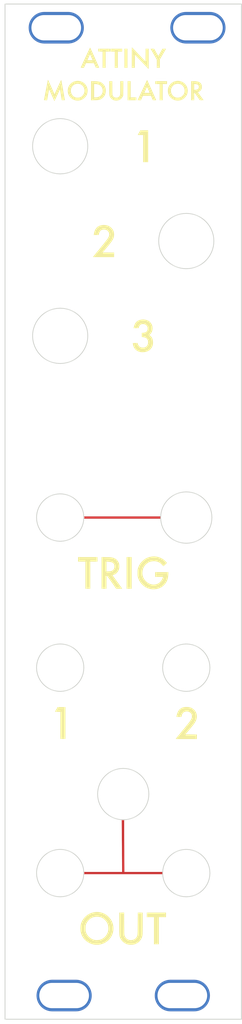
<source format=kicad_pcb>
(kicad_pcb (version 20221018) (generator pcbnew)
  (title_block (comment 2 "creativecommons.org/licenses/by/4.0") (comment 3 "License: CC BY 4.0") (comment 4 "Author: Guy John"))
  (layers (0 "F.Cu" signal) (31 "B.Cu" signal) (36 "B.SilkS" user "B.Silkscreen") (37 "F.SilkS" user "F.Silkscreen") (38 "B.Mask" user) (39 "F.Mask" user) (44 "Edge.Cuts" user))
  (net 0 "")
  (footprint "ATTiny_Modulator_Panel:attiny-modulator-panel" (layer "F.Cu") (at 153.5 105)
    (fp_text reference "Ref**" hide)
    (fp_text value "Val**" hide)
    (fp_line (start -18.5 -65) (end -18.5 63.49994) (stroke (width 0.1)) (layer "Edge.Cuts"))
    (fp_line (start -18.5 -65) (end 11.50005 -65) (stroke (width 0.1)) (layer "Edge.Cuts"))
    (fp_line (start -18.5 63.49994) (end -18.5 -65) (stroke (width 0.1)) (layer "Edge.Cuts"))
    (fp_line (start -18.5 63.49994) (end 11.50005 63.49994) (stroke (width 0.1)) (layer "Edge.Cuts"))
    (fp_line (start -15.00001 -46.99986) (end -14.99225 -46.76666) (stroke (width 0.1)) (layer "Edge.Cuts"))
    (fp_line (start -15.00001 -22.99986) (end -14.99225 -22.76666) (stroke (width 0.1)) (layer "Edge.Cuts"))
    (fp_line (start -14.99225 -47.23316) (end -15.00001 -46.99986) (stroke (width 0.1)) (layer "Edge.Cuts"))
    (fp_line (start -14.99225 -46.76666) (end -14.96923 -46.53626) (stroke (width 0.1)) (layer "Edge.Cuts"))
    (fp_line (start -14.99225 -23.23316) (end -15.00001 -22.99986) (stroke (width 0.1)) (layer "Edge.Cuts"))
    (fp_line (start -14.99225 -22.76666) (end -14.96923 -22.53626) (stroke (width 0.1)) (layer "Edge.Cuts"))
    (fp_line (start -14.96923 -47.46346) (end -14.99225 -47.23316) (stroke (width 0.1)) (layer "Edge.Cuts"))
    (fp_line (start -14.96923 -46.53626) (end -14.9313 -46.30946) (stroke (width 0.1)) (layer "Edge.Cuts"))
    (fp_line (start -14.96923 -23.46346) (end -14.99225 -23.23316) (stroke (width 0.1)) (layer "Edge.Cuts"))
    (fp_line (start -14.96923 -22.53626) (end -14.9313 -22.30946) (stroke (width 0.1)) (layer "Edge.Cuts"))
    (fp_line (start -14.9313 -47.69036) (end -14.96923 -47.46346) (stroke (width 0.1)) (layer "Edge.Cuts"))
    (fp_line (start -14.9313 -46.30946) (end -14.87885 -46.08666) (stroke (width 0.1)) (layer "Edge.Cuts"))
    (fp_line (start -14.9313 -23.69036) (end -14.96923 -23.46346) (stroke (width 0.1)) (layer "Edge.Cuts"))
    (fp_line (start -14.9313 -22.30946) (end -14.87885 -22.08666) (stroke (width 0.1)) (layer "Edge.Cuts"))
    (fp_line (start -14.87885 -47.91306) (end -14.9313 -47.69036) (stroke (width 0.1)) (layer "Edge.Cuts"))
    (fp_line (start -14.87885 -46.08666) (end -14.73185 -45.65616) (stroke (width 0.1)) (layer "Edge.Cuts"))
    (fp_line (start -14.87885 -23.91306) (end -14.9313 -23.69036) (stroke (width 0.1)) (layer "Edge.Cuts"))
    (fp_line (start -14.87885 -22.08666) (end -14.73185 -21.65616) (stroke (width 0.1)) (layer "Edge.Cuts"))
    (fp_line (start -14.73185 -48.34356) (end -14.87885 -47.91306) (stroke (width 0.1)) (layer "Edge.Cuts"))
    (fp_line (start -14.73185 -45.65616) (end -14.53105 -45.24986) (stroke (width 0.1)) (layer "Edge.Cuts"))
    (fp_line (start -14.73185 -24.34356) (end -14.87885 -23.91306) (stroke (width 0.1)) (layer "Edge.Cuts"))
    (fp_line (start -14.73185 -21.65616) (end -14.53105 -21.24986) (stroke (width 0.1)) (layer "Edge.Cuts"))
    (fp_line (start -14.53105 -48.74986) (end -14.73185 -48.34356) (stroke (width 0.1)) (layer "Edge.Cuts"))
    (fp_line (start -14.53105 -45.24986) (end -14.27965 -44.87286) (stroke (width 0.1)) (layer "Edge.Cuts"))
    (fp_line (start -14.53105 -24.74986) (end -14.73185 -24.34356) (stroke (width 0.1)) (layer "Edge.Cuts"))
    (fp_line (start -14.53105 -21.24986) (end -14.27965 -20.87286) (stroke (width 0.1)) (layer "Edge.Cuts"))
    (fp_line (start -14.50005 0.00014) (end -14.47365 0.39744) (stroke (width 0.1)) (layer "Edge.Cuts"))
    (fp_line (start -14.50005 19.00014) (end -14.47365 19.39744) (stroke (width 0.1)) (layer "Edge.Cuts"))
    (fp_line (start -14.50005 44.99994) (end -14.47365 45.39794) (stroke (width 0.1)) (layer "Edge.Cuts"))
    (fp_line (start -14.48455 -0.30666) (end -14.50005 0.00014) (stroke (width 0.1)) (layer "Edge.Cuts"))
    (fp_line (start -14.48455 18.69334) (end -14.50005 19.00014) (stroke (width 0.1)) (layer "Edge.Cuts"))
    (fp_line (start -14.48455 44.69294) (end -14.50005 44.99994) (stroke (width 0.1)) (layer "Edge.Cuts"))
    (fp_line (start -14.47365 0.39744) (end -14.39615 0.78284) (stroke (width 0.1)) (layer "Edge.Cuts"))
    (fp_line (start -14.47365 19.39744) (end -14.39615 19.78284) (stroke (width 0.1)) (layer "Edge.Cuts"))
    (fp_line (start -14.47365 45.39794) (end -14.39615 45.78294) (stroke (width 0.1)) (layer "Edge.Cuts"))
    (fp_line (start -14.43905 -0.60446) (end -14.48455 -0.30666) (stroke (width 0.1)) (layer "Edge.Cuts"))
    (fp_line (start -14.43905 18.39554) (end -14.48455 18.69334) (stroke (width 0.1)) (layer "Edge.Cuts"))
    (fp_line (start -14.43905 44.39594) (end -14.48455 44.69294) (stroke (width 0.1)) (layer "Edge.Cuts"))
    (fp_line (start -14.39615 0.78284) (end -14.27015 1.15184) (stroke (width 0.1)) (layer "Edge.Cuts"))
    (fp_line (start -14.39615 19.78284) (end -14.27015 20.15184) (stroke (width 0.1)) (layer "Edge.Cuts"))
    (fp_line (start -14.39615 45.78294) (end -14.27015 46.15194) (stroke (width 0.1)) (layer "Edge.Cuts"))
    (fp_line (start -14.36515 -0.89196) (end -14.43905 -0.60446) (stroke (width 0.1)) (layer "Edge.Cuts"))
    (fp_line (start -14.36515 18.10804) (end -14.43905 18.39554) (stroke (width 0.1)) (layer "Edge.Cuts"))
    (fp_line (start -14.36515 44.10794) (end -14.43905 44.39594) (stroke (width 0.1)) (layer "Edge.Cuts"))
    (fp_line (start -14.27965 -49.12686) (end -14.53105 -48.74986) (stroke (width 0.1)) (layer "Edge.Cuts"))
    (fp_line (start -14.27965 -44.87286) (end -13.98025 -44.53036) (stroke (width 0.1)) (layer "Edge.Cuts"))
    (fp_line (start -14.27965 -25.12686) (end -14.53105 -24.74986) (stroke (width 0.1)) (layer "Edge.Cuts"))
    (fp_line (start -14.27965 -20.87286) (end -13.98025 -20.53036) (stroke (width 0.1)) (layer "Edge.Cuts"))
    (fp_line (start -14.27015 1.15184) (end -14.09805 1.50014) (stroke (width 0.1)) (layer "Edge.Cuts"))
    (fp_line (start -14.27015 20.15184) (end -14.09805 20.50014) (stroke (width 0.1)) (layer "Edge.Cuts"))
    (fp_line (start -14.27015 46.15194) (end -14.09805 46.49994) (stroke (width 0.1)) (layer "Edge.Cuts"))
    (fp_line (start -14.26425 -1.16766) (end -14.36515 -0.89196) (stroke (width 0.1)) (layer "Edge.Cuts"))
    (fp_line (start -14.26425 17.83234) (end -14.36515 18.10804) (stroke (width 0.1)) (layer "Edge.Cuts"))
    (fp_line (start -14.26425 43.83194) (end -14.36515 44.10794) (stroke (width 0.1)) (layer "Edge.Cuts"))
    (fp_line (start -14.13795 -1.42986) (end -14.26425 -1.16766) (stroke (width 0.1)) (layer "Edge.Cuts"))
    (fp_line (start -14.13795 17.57014) (end -14.26425 17.83234) (stroke (width 0.1)) (layer "Edge.Cuts"))
    (fp_line (start -14.13795 43.56994) (end -14.26425 43.83194) (stroke (width 0.1)) (layer "Edge.Cuts"))
    (fp_line (start -14.09805 1.50014) (end -13.88255 1.82324) (stroke (width 0.1)) (layer "Edge.Cuts"))
    (fp_line (start -14.09805 20.50014) (end -13.88255 20.82324) (stroke (width 0.1)) (layer "Edge.Cuts"))
    (fp_line (start -14.09805 46.49994) (end -13.88255 46.82294) (stroke (width 0.1)) (layer "Edge.Cuts"))
    (fp_line (start -13.98765 -1.67726) (end -14.13795 -1.42986) (stroke (width 0.1)) (layer "Edge.Cuts"))
    (fp_line (start -13.98765 17.32274) (end -14.13795 17.57014) (stroke (width 0.1)) (layer "Edge.Cuts"))
    (fp_line (start -13.98765 43.32294) (end -14.13795 43.56994) (stroke (width 0.1)) (layer "Edge.Cuts"))
    (fp_line (start -13.98025 -49.46946) (end -14.27965 -49.12686) (stroke (width 0.1)) (layer "Edge.Cuts"))
    (fp_line (start -13.98025 -44.53036) (end -13.81365 -44.37356) (stroke (width 0.1)) (layer "Edge.Cuts"))
    (fp_line (start -13.98025 -25.46946) (end -14.27965 -25.12686) (stroke (width 0.1)) (layer "Edge.Cuts"))
    (fp_line (start -13.98025 -20.53036) (end -13.81365 -20.37356) (stroke (width 0.1)) (layer "Edge.Cuts"))
    (fp_line (start -13.88255 1.82324) (end -13.62595 2.11684) (stroke (width 0.1)) (layer "Edge.Cuts"))
    (fp_line (start -13.88255 20.82324) (end -13.62595 21.11684) (stroke (width 0.1)) (layer "Edge.Cuts"))
    (fp_line (start -13.88255 46.82294) (end -13.62595 47.11694) (stroke (width 0.1)) (layer "Edge.Cuts"))
    (fp_line (start -13.81495 -1.90816) (end -13.98765 -1.67726) (stroke (width 0.1)) (layer "Edge.Cuts"))
    (fp_line (start -13.81495 17.09184) (end -13.98765 17.32274) (stroke (width 0.1)) (layer "Edge.Cuts"))
    (fp_line (start -13.81495 43.09194) (end -13.98765 43.32294) (stroke (width 0.1)) (layer "Edge.Cuts"))
    (fp_line (start -13.81365 -49.62626) (end -13.98025 -49.46946) (stroke (width 0.1)) (layer "Edge.Cuts"))
    (fp_line (start -13.81365 -44.37356) (end -13.63615 -44.22726) (stroke (width 0.1)) (layer "Edge.Cuts"))
    (fp_line (start -13.81365 -25.62626) (end -13.98025 -25.46946) (stroke (width 0.1)) (layer "Edge.Cuts"))
    (fp_line (start -13.81365 -20.37356) (end -13.63615 -20.22726) (stroke (width 0.1)) (layer "Edge.Cuts"))
    (fp_line (start -13.63615 -49.77256) (end -13.81365 -49.62626) (stroke (width 0.1)) (layer "Edge.Cuts"))
    (fp_line (start -13.63615 -44.22726) (end -13.44815 -44.09216) (stroke (width 0.1)) (layer "Edge.Cuts"))
    (fp_line (start -13.63615 -25.77256) (end -13.81365 -25.62626) (stroke (width 0.1)) (layer "Edge.Cuts"))
    (fp_line (start -13.63615 -20.22726) (end -13.44815 -20.09216) (stroke (width 0.1)) (layer "Edge.Cuts"))
    (fp_line (start -13.62595 2.11684) (end -13.33095 2.37664) (stroke (width 0.1)) (layer "Edge.Cuts"))
    (fp_line (start -13.62595 21.11684) (end -13.33095 21.37664) (stroke (width 0.1)) (layer "Edge.Cuts"))
    (fp_line (start -13.62595 47.11694) (end -13.33095 47.37694) (stroke (width 0.1)) (layer "Edge.Cuts"))
    (fp_line (start -13.62135 -2.12126) (end -13.81495 -1.90816) (stroke (width 0.1)) (layer "Edge.Cuts"))
    (fp_line (start -13.62135 16.87874) (end -13.81495 17.09184) (stroke (width 0.1)) (layer "Edge.Cuts"))
    (fp_line (start -13.62135 42.87894) (end -13.81495 43.09194) (stroke (width 0.1)) (layer "Edge.Cuts"))
    (fp_line (start -13.44815 -49.90766) (end -13.63615 -49.77256) (stroke (width 0.1)) (layer "Edge.Cuts"))
    (fp_line (start -13.44815 -44.09216) (end -13.25005 -43.96876) (stroke (width 0.1)) (layer "Edge.Cuts"))
    (fp_line (start -13.44815 -25.90766) (end -13.63615 -25.77256) (stroke (width 0.1)) (layer "Edge.Cuts"))
    (fp_line (start -13.44815 -20.09216) (end -13.25005 -19.96876) (stroke (width 0.1)) (layer "Edge.Cuts"))
    (fp_line (start -13.40825 -2.31486) (end -13.62135 -2.12126) (stroke (width 0.1)) (layer "Edge.Cuts"))
    (fp_line (start -13.40825 16.68514) (end -13.62135 16.87874) (stroke (width 0.1)) (layer "Edge.Cuts"))
    (fp_line (start -13.40825 42.68494) (end -13.62135 42.87894) (stroke (width 0.1)) (layer "Edge.Cuts"))
    (fp_line (start -13.33095 2.37664) (end -13.00005 2.59814) (stroke (width 0.1)) (layer "Edge.Cuts"))
    (fp_line (start -13.33095 21.37664) (end -13.00005 21.59814) (stroke (width 0.1)) (layer "Edge.Cuts"))
    (fp_line (start -13.33095 47.37694) (end -13.00005 47.59794) (stroke (width 0.1)) (layer "Edge.Cuts"))
    (fp_line (start -13.25005 -50.03096) (end -13.44815 -49.90766) (stroke (width 0.1)) (layer "Edge.Cuts"))
    (fp_line (start -13.25005 -43.96876) (end -13.04415 -43.85886) (stroke (width 0.1)) (layer "Edge.Cuts"))
    (fp_line (start -13.25005 -26.03096) (end -13.44815 -25.90766) (stroke (width 0.1)) (layer "Edge.Cuts"))
    (fp_line (start -13.25005 -19.96876) (end -13.04415 -19.85886) (stroke (width 0.1)) (layer "Edge.Cuts"))
    (fp_line (start -13.17735 -2.48756) (end -13.40825 -2.31486) (stroke (width 0.1)) (layer "Edge.Cuts"))
    (fp_line (start -13.17735 16.51244) (end -13.40825 16.68514) (stroke (width 0.1)) (layer "Edge.Cuts"))
    (fp_line (start -13.17735 42.51294) (end -13.40825 42.68494) (stroke (width 0.1)) (layer "Edge.Cuts"))
    (fp_line (start -13.04415 -50.14086) (end -13.25005 -50.03096) (stroke (width 0.1)) (layer "Edge.Cuts"))
    (fp_line (start -13.04415 -43.85886) (end -12.83315 -43.76366) (stroke (width 0.1)) (layer "Edge.Cuts"))
    (fp_line (start -13.04415 -26.14086) (end -13.25005 -26.03096) (stroke (width 0.1)) (layer "Edge.Cuts"))
    (fp_line (start -13.04415 -19.85886) (end -12.83315 -19.76366) (stroke (width 0.1)) (layer "Edge.Cuts"))
    (fp_line (start -13.00005 2.59814) (end -12.64265 2.77404) (stroke (width 0.1)) (layer "Edge.Cuts"))
    (fp_line (start -13.00005 21.59814) (end -12.64265 21.77404) (stroke (width 0.1)) (layer "Edge.Cuts"))
    (fp_line (start -13.00005 47.59794) (end -12.64265 47.77394) (stroke (width 0.1)) (layer "Edge.Cuts"))
    (fp_line (start -12.92995 -2.63786) (end -13.17735 -2.48756) (stroke (width 0.1)) (layer "Edge.Cuts"))
    (fp_line (start -12.92995 16.36224) (end -13.17735 16.51244) (stroke (width 0.1)) (layer "Edge.Cuts"))
    (fp_line (start -12.92995 42.36194) (end -13.17735 42.51294) (stroke (width 0.1)) (layer "Edge.Cuts"))
    (fp_line (start -12.83315 -50.23616) (end -13.04415 -50.14086) (stroke (width 0.1)) (layer "Edge.Cuts"))
    (fp_line (start -12.83315 -43.76366) (end -12.61765 -43.68306) (stroke (width 0.1)) (layer "Edge.Cuts"))
    (fp_line (start -12.83315 -26.23616) (end -13.04415 -26.14086) (stroke (width 0.1)) (layer "Edge.Cuts"))
    (fp_line (start -12.83315 -19.76366) (end -12.61765 -19.68306) (stroke (width 0.1)) (layer "Edge.Cuts"))
    (fp_line (start -12.66775 -2.76416) (end -12.92995 -2.63786) (stroke (width 0.1)) (layer "Edge.Cuts"))
    (fp_line (start -12.66775 16.23584) (end -12.92995 16.36224) (stroke (width 0.1)) (layer "Edge.Cuts"))
    (fp_line (start -12.66775 42.23594) (end -12.92995 42.36194) (stroke (width 0.1)) (layer "Edge.Cuts"))
    (fp_line (start -12.64265 2.77404) (end -12.27015 2.89964) (stroke (width 0.1)) (layer "Edge.Cuts"))
    (fp_line (start -12.64265 21.77404) (end -12.27015 21.89964) (stroke (width 0.1)) (layer "Edge.Cuts"))
    (fp_line (start -12.64265 47.77394) (end -12.27015 47.89994) (stroke (width 0.1)) (layer "Edge.Cuts"))
    (fp_line (start -12.61765 -50.31676) (end -12.83315 -50.23616) (stroke (width 0.1)) (layer "Edge.Cuts"))
    (fp_line (start -12.61765 -43.68306) (end -12.39855 -43.61716) (stroke (width 0.1)) (layer "Edge.Cuts"))
    (fp_line (start -12.61765 -26.31676) (end -12.83315 -26.23616) (stroke (width 0.1)) (layer "Edge.Cuts"))
    (fp_line (start -12.61765 -19.68306) (end -12.39855 -19.61716) (stroke (width 0.1)) (layer "Edge.Cuts"))
    (fp_line (start -12.39855 -50.38266) (end -12.61765 -50.31676) (stroke (width 0.1)) (layer "Edge.Cuts"))
    (fp_line (start -12.39855 -43.61716) (end -11.95225 -43.52916) (stroke (width 0.1)) (layer "Edge.Cuts"))
    (fp_line (start -12.39855 -26.38266) (end -12.61765 -26.31676) (stroke (width 0.1)) (layer "Edge.Cuts"))
    (fp_line (start -12.39855 -19.61716) (end -11.95225 -19.52916) (stroke (width 0.1)) (layer "Edge.Cuts"))
    (fp_line (start -12.39215 -2.86506) (end -12.66775 -2.76416) (stroke (width 0.1)) (layer "Edge.Cuts"))
    (fp_line (start -12.39215 16.13494) (end -12.66775 16.23584) (stroke (width 0.1)) (layer "Edge.Cuts"))
    (fp_line (start -12.39215 42.13494) (end -12.66775 42.23594) (stroke (width 0.1)) (layer "Edge.Cuts"))
    (fp_line (start -12.27015 2.89964) (end -11.88765 2.97494) (stroke (width 0.1)) (layer "Edge.Cuts"))
    (fp_line (start -12.27015 21.89964) (end -11.88765 21.97494) (stroke (width 0.1)) (layer "Edge.Cuts"))
    (fp_line (start -12.27015 47.89994) (end -11.88765 47.97494) (stroke (width 0.1)) (layer "Edge.Cuts"))
    (fp_line (start -12.10465 -2.93896) (end -12.39215 -2.86506) (stroke (width 0.1)) (layer "Edge.Cuts"))
    (fp_line (start -12.10465 16.06104) (end -12.39215 16.13494) (stroke (width 0.1)) (layer "Edge.Cuts"))
    (fp_line (start -12.10465 42.06094) (end -12.39215 42.13494) (stroke (width 0.1)) (layer "Edge.Cuts"))
    (fp_line (start -11.95225 -50.47056) (end -12.39855 -50.38266) (stroke (width 0.1)) (layer "Edge.Cuts"))
    (fp_line (start -11.95225 -43.52916) (end -11.50005 -43.49986) (stroke (width 0.1)) (layer "Edge.Cuts"))
    (fp_line (start -11.95225 -26.47056) (end -12.39855 -26.38266) (stroke (width 0.1)) (layer "Edge.Cuts"))
    (fp_line (start -11.95225 -19.52916) (end -11.50005 -19.49986) (stroke (width 0.1)) (layer "Edge.Cuts"))
    (fp_line (start -11.88765 2.97494) (end -11.50005 3.00014) (stroke (width 0.1)) (layer "Edge.Cuts"))
    (fp_line (start -11.88765 21.97494) (end -11.50005 22.00014) (stroke (width 0.1)) (layer "Edge.Cuts"))
    (fp_line (start -11.88765 47.97494) (end -11.50005 47.99994) (stroke (width 0.1)) (layer "Edge.Cuts"))
    (fp_line (start -11.80675 -2.98436) (end -12.10465 -2.93896) (stroke (width 0.1)) (layer "Edge.Cuts"))
    (fp_line (start -11.80675 16.01564) (end -12.10465 16.06104) (stroke (width 0.1)) (layer "Edge.Cuts"))
    (fp_line (start -11.80675 42.01594) (end -12.10465 42.06094) (stroke (width 0.1)) (layer "Edge.Cuts"))
    (fp_line (start -11.50005 -50.49986) (end -11.95225 -50.47056) (stroke (width 0.1)) (layer "Edge.Cuts"))
    (fp_line (start -11.50005 -43.49986) (end -11.04775 -43.52916) (stroke (width 0.1)) (layer "Edge.Cuts"))
    (fp_line (start -11.50005 -26.49986) (end -11.95225 -26.47056) (stroke (width 0.1)) (layer "Edge.Cuts"))
    (fp_line (start -11.50005 -19.49986) (end -11.04775 -19.52916) (stroke (width 0.1)) (layer "Edge.Cuts"))
    (fp_line (start -11.50005 -2.99986) (end -11.80675 -2.98436) (stroke (width 0.1)) (layer "Edge.Cuts"))
    (fp_line (start -11.50005 3.00014) (end -11.11235 2.97494) (stroke (width 0.1)) (layer "Edge.Cuts"))
    (fp_line (start -11.50005 16.00014) (end -11.80675 16.01564) (stroke (width 0.1)) (layer "Edge.Cuts"))
    (fp_line (start -11.50005 22.00014) (end -11.11235 21.97494) (stroke (width 0.1)) (layer "Edge.Cuts"))
    (fp_line (start -11.50005 41.99994) (end -11.80675 42.01594) (stroke (width 0.1)) (layer "Edge.Cuts"))
    (fp_line (start -11.50005 47.99994) (end -11.11235 47.97494) (stroke (width 0.1)) (layer "Edge.Cuts"))
    (fp_line (start -11.19325 -2.98436) (end -11.50005 -2.99986) (stroke (width 0.1)) (layer "Edge.Cuts"))
    (fp_line (start -11.19325 16.01564) (end -11.50005 16.00014) (stroke (width 0.1)) (layer "Edge.Cuts"))
    (fp_line (start -11.19325 42.01594) (end -11.50005 41.99994) (stroke (width 0.1)) (layer "Edge.Cuts"))
    (fp_line (start -11.11235 2.97494) (end -10.72985 2.89964) (stroke (width 0.1)) (layer "Edge.Cuts"))
    (fp_line (start -11.11235 21.97494) (end -10.72985 21.89964) (stroke (width 0.1)) (layer "Edge.Cuts"))
    (fp_line (start -11.11235 47.97494) (end -10.72985 47.89994) (stroke (width 0.1)) (layer "Edge.Cuts"))
    (fp_line (start -11.04775 -50.47056) (end -11.50005 -50.49986) (stroke (width 0.1)) (layer "Edge.Cuts"))
    (fp_line (start -11.04775 -43.52916) (end -10.60145 -43.61716) (stroke (width 0.1)) (layer "Edge.Cuts"))
    (fp_line (start -11.04775 -26.47056) (end -11.50005 -26.49986) (stroke (width 0.1)) (layer "Edge.Cuts"))
    (fp_line (start -11.04775 -19.52916) (end -10.60145 -19.61716) (stroke (width 0.1)) (layer "Edge.Cuts"))
    (fp_line (start -10.89545 -2.93896) (end -11.19325 -2.98436) (stroke (width 0.1)) (layer "Edge.Cuts"))
    (fp_line (start -10.89545 16.06104) (end -11.19325 16.01564) (stroke (width 0.1)) (layer "Edge.Cuts"))
    (fp_line (start -10.89545 42.06094) (end -11.19325 42.01594) (stroke (width 0.1)) (layer "Edge.Cuts"))
    (fp_line (start -10.72985 2.89964) (end -10.35735 2.77404) (stroke (width 0.1)) (layer "Edge.Cuts"))
    (fp_line (start -10.72985 21.89964) (end -10.35735 21.77404) (stroke (width 0.1)) (layer "Edge.Cuts"))
    (fp_line (start -10.72985 47.89994) (end -10.35735 47.77394) (stroke (width 0.1)) (layer "Edge.Cuts"))
    (fp_line (start -10.60785 -2.86506) (end -10.89545 -2.93896) (stroke (width 0.1)) (layer "Edge.Cuts"))
    (fp_line (start -10.60785 16.13494) (end -10.89545 16.06104) (stroke (width 0.1)) (layer "Edge.Cuts"))
    (fp_line (start -10.60785 42.13494) (end -10.89545 42.06094) (stroke (width 0.1)) (layer "Edge.Cuts"))
    (fp_line (start -10.60145 -50.38266) (end -11.04775 -50.47056) (stroke (width 0.1)) (layer "Edge.Cuts"))
    (fp_line (start -10.60145 -43.61716) (end -10.38235 -43.68306) (stroke (width 0.1)) (layer "Edge.Cuts"))
    (fp_line (start -10.60145 -26.38266) (end -11.04775 -26.47056) (stroke (width 0.1)) (layer "Edge.Cuts"))
    (fp_line (start -10.60145 -19.61716) (end -10.38235 -19.68306) (stroke (width 0.1)) (layer "Edge.Cuts"))
    (fp_line (start -10.38235 -50.31676) (end -10.60145 -50.38266) (stroke (width 0.1)) (layer "Edge.Cuts"))
    (fp_line (start -10.38235 -43.68306) (end -10.16685 -43.76366) (stroke (width 0.1)) (layer "Edge.Cuts"))
    (fp_line (start -10.38235 -26.31676) (end -10.60145 -26.38266) (stroke (width 0.1)) (layer "Edge.Cuts"))
    (fp_line (start -10.38235 -19.68306) (end -10.16685 -19.76366) (stroke (width 0.1)) (layer "Edge.Cuts"))
    (fp_line (start -10.35735 2.77404) (end -10.00005 2.59814) (stroke (width 0.1)) (layer "Edge.Cuts"))
    (fp_line (start -10.35735 21.77404) (end -10.00005 21.59814) (stroke (width 0.1)) (layer "Edge.Cuts"))
    (fp_line (start -10.35735 47.77394) (end -10.00005 47.59794) (stroke (width 0.1)) (layer "Edge.Cuts"))
    (fp_line (start -10.33225 -2.76416) (end -10.60785 -2.86506) (stroke (width 0.1)) (layer "Edge.Cuts"))
    (fp_line (start -10.33225 16.23584) (end -10.60785 16.13494) (stroke (width 0.1)) (layer "Edge.Cuts"))
    (fp_line (start -10.33225 42.23594) (end -10.60785 42.13494) (stroke (width 0.1)) (layer "Edge.Cuts"))
    (fp_line (start -10.16685 -50.23616) (end -10.38235 -50.31676) (stroke (width 0.1)) (layer "Edge.Cuts"))
    (fp_line (start -10.16685 -43.76366) (end -9.95585 -43.85886) (stroke (width 0.1)) (layer "Edge.Cuts"))
    (fp_line (start -10.16685 -26.23616) (end -10.38235 -26.31676) (stroke (width 0.1)) (layer "Edge.Cuts"))
    (fp_line (start -10.16685 -19.76366) (end -9.95585 -19.85886) (stroke (width 0.1)) (layer "Edge.Cuts"))
    (fp_line (start -10.07005 -2.63786) (end -10.33225 -2.76416) (stroke (width 0.1)) (layer "Edge.Cuts"))
    (fp_line (start -10.07005 16.36224) (end -10.33225 16.23584) (stroke (width 0.1)) (layer "Edge.Cuts"))
    (fp_line (start -10.07005 42.36194) (end -10.33225 42.23594) (stroke (width 0.1)) (layer "Edge.Cuts"))
    (fp_line (start -10.00005 2.59814) (end -9.66905 2.37664) (stroke (width 0.1)) (layer "Edge.Cuts"))
    (fp_line (start -10.00005 21.59814) (end -9.66905 21.37664) (stroke (width 0.1)) (layer "Edge.Cuts"))
    (fp_line (start -10.00005 47.59794) (end -9.66905 47.37694) (stroke (width 0.1)) (layer "Edge.Cuts"))
    (fp_line (start -9.95585 -50.14086) (end -10.16685 -50.23616) (stroke (width 0.1)) (layer "Edge.Cuts"))
    (fp_line (start -9.95585 -43.85886) (end -9.75005 -43.96876) (stroke (width 0.1)) (layer "Edge.Cuts"))
    (fp_line (start -9.95585 -26.14086) (end -10.16685 -26.23616) (stroke (width 0.1)) (layer "Edge.Cuts"))
    (fp_line (start -9.95585 -19.85886) (end -9.75005 -19.96876) (stroke (width 0.1)) (layer "Edge.Cuts"))
    (fp_line (start -9.82265 -2.48756) (end -10.07005 -2.63786) (stroke (width 0.1)) (layer "Edge.Cuts"))
    (fp_line (start -9.82265 16.51244) (end -10.07005 16.36224) (stroke (width 0.1)) (layer "Edge.Cuts"))
    (fp_line (start -9.82265 42.51294) (end -10.07005 42.36194) (stroke (width 0.1)) (layer "Edge.Cuts"))
    (fp_line (start -9.75005 -50.03096) (end -9.95585 -50.14086) (stroke (width 0.1)) (layer "Edge.Cuts"))
    (fp_line (start -9.75005 -43.96876) (end -9.55185 -44.09216) (stroke (width 0.1)) (layer "Edge.Cuts"))
    (fp_line (start -9.75005 -26.03096) (end -9.95585 -26.14086) (stroke (width 0.1)) (layer "Edge.Cuts"))
    (fp_line (start -9.75005 -19.96876) (end -9.55185 -20.09216) (stroke (width 0.1)) (layer "Edge.Cuts"))
    (fp_line (start -9.66905 2.37664) (end -9.37405 2.11684) (stroke (width 0.1)) (layer "Edge.Cuts"))
    (fp_line (start -9.66905 21.37664) (end -9.37405 21.11684) (stroke (width 0.1)) (layer "Edge.Cuts"))
    (fp_line (start -9.66905 47.37694) (end -9.37405 47.11694) (stroke (width 0.1)) (layer "Edge.Cuts"))
    (fp_line (start -9.59175 -2.31486) (end -9.82265 -2.48756) (stroke (width 0.1)) (layer "Edge.Cuts"))
    (fp_line (start -9.59175 16.68514) (end -9.82265 16.51244) (stroke (width 0.1)) (layer "Edge.Cuts"))
    (fp_line (start -9.59175 42.68494) (end -9.82265 42.51294) (stroke (width 0.1)) (layer "Edge.Cuts"))
    (fp_line (start -9.55185 -49.90766) (end -9.75005 -50.03096) (stroke (width 0.1)) (layer "Edge.Cuts"))
    (fp_line (start -9.55185 -44.09216) (end -9.36385 -44.22726) (stroke (width 0.1)) (layer "Edge.Cuts"))
    (fp_line (start -9.55185 -25.90766) (end -9.75005 -26.03096) (stroke (width 0.1)) (layer "Edge.Cuts"))
    (fp_line (start -9.55185 -20.09216) (end -9.36385 -20.22726) (stroke (width 0.1)) (layer "Edge.Cuts"))
    (fp_line (start -9.37865 -2.12126) (end -9.59175 -2.31486) (stroke (width 0.1)) (layer "Edge.Cuts"))
    (fp_line (start -9.37865 16.87874) (end -9.59175 16.68514) (stroke (width 0.1)) (layer "Edge.Cuts"))
    (fp_line (start -9.37865 42.87894) (end -9.59175 42.68494) (stroke (width 0.1)) (layer "Edge.Cuts"))
    (fp_line (start -9.37405 2.11684) (end -9.11745 1.82324) (stroke (width 0.1)) (layer "Edge.Cuts"))
    (fp_line (start -9.37405 21.11684) (end -9.11745 20.82324) (stroke (width 0.1)) (layer "Edge.Cuts"))
    (fp_line (start -9.37405 47.11694) (end -9.11745 46.82294) (stroke (width 0.1)) (layer "Edge.Cuts"))
    (fp_line (start -9.36385 -49.77256) (end -9.55185 -49.90766) (stroke (width 0.1)) (layer "Edge.Cuts"))
    (fp_line (start -9.36385 -44.22726) (end -9.18635 -44.37356) (stroke (width 0.1)) (layer "Edge.Cuts"))
    (fp_line (start -9.36385 -25.77256) (end -9.55185 -25.90766) (stroke (width 0.1)) (layer "Edge.Cuts"))
    (fp_line (start -9.36385 -20.22726) (end -9.18635 -20.37356) (stroke (width 0.1)) (layer "Edge.Cuts"))
    (fp_line (start -9.18635 -49.62626) (end -9.36385 -49.77256) (stroke (width 0.1)) (layer "Edge.Cuts"))
    (fp_line (start -9.18635 -44.37356) (end -9.01975 -44.53036) (stroke (width 0.1)) (layer "Edge.Cuts"))
    (fp_line (start -9.18635 -25.62626) (end -9.36385 -25.77256) (stroke (width 0.1)) (layer "Edge.Cuts"))
    (fp_line (start -9.18635 -20.37356) (end -9.01975 -20.53036) (stroke (width 0.1)) (layer "Edge.Cuts"))
    (fp_line (start -9.18505 -1.90816) (end -9.37865 -2.12126) (stroke (width 0.1)) (layer "Edge.Cuts"))
    (fp_line (start -9.18505 17.09184) (end -9.37865 16.87874) (stroke (width 0.1)) (layer "Edge.Cuts"))
    (fp_line (start -9.18505 43.09194) (end -9.37865 42.87894) (stroke (width 0.1)) (layer "Edge.Cuts"))
    (fp_line (start -9.11745 1.82324) (end -8.90195 1.50014) (stroke (width 0.1)) (layer "Edge.Cuts"))
    (fp_line (start -9.11745 20.82324) (end -8.90195 20.50014) (stroke (width 0.1)) (layer "Edge.Cuts"))
    (fp_line (start -9.11745 46.82294) (end -8.90195 46.49994) (stroke (width 0.1)) (layer "Edge.Cuts"))
    (fp_line (start -9.01975 -49.46946) (end -9.18635 -49.62626) (stroke (width 0.1)) (layer "Edge.Cuts"))
    (fp_line (start -9.01975 -44.53036) (end -8.72045 -44.87286) (stroke (width 0.1)) (layer "Edge.Cuts"))
    (fp_line (start -9.01975 -25.46946) (end -9.18635 -25.62626) (stroke (width 0.1)) (layer "Edge.Cuts"))
    (fp_line (start -9.01975 -20.53036) (end -8.72045 -20.87286) (stroke (width 0.1)) (layer "Edge.Cuts"))
    (fp_line (start -9.01235 -1.67726) (end -9.18505 -1.90816) (stroke (width 0.1)) (layer "Edge.Cuts"))
    (fp_line (start -9.01235 17.32274) (end -9.18505 17.09184) (stroke (width 0.1)) (layer "Edge.Cuts"))
    (fp_line (start -9.01235 43.32294) (end -9.18505 43.09194) (stroke (width 0.1)) (layer "Edge.Cuts"))
    (fp_line (start -8.90195 1.50014) (end -8.72985 1.15184) (stroke (width 0.1)) (layer "Edge.Cuts"))
    (fp_line (start -8.90195 20.50014) (end -8.72985 20.15184) (stroke (width 0.1)) (layer "Edge.Cuts"))
    (fp_line (start -8.90195 46.49994) (end -8.72985 46.15194) (stroke (width 0.1)) (layer "Edge.Cuts"))
    (fp_line (start -8.86205 -1.42986) (end -9.01235 -1.67726) (stroke (width 0.1)) (layer "Edge.Cuts"))
    (fp_line (start -8.86205 17.57014) (end -9.01235 17.32274) (stroke (width 0.1)) (layer "Edge.Cuts"))
    (fp_line (start -8.86205 43.56994) (end -9.01235 43.32294) (stroke (width 0.1)) (layer "Edge.Cuts"))
    (fp_line (start -8.73575 -1.16766) (end -8.86205 -1.42986) (stroke (width 0.1)) (layer "Edge.Cuts"))
    (fp_line (start -8.73575 17.83234) (end -8.86205 17.57014) (stroke (width 0.1)) (layer "Edge.Cuts"))
    (fp_line (start -8.73575 43.83194) (end -8.86205 43.56994) (stroke (width 0.1)) (layer "Edge.Cuts"))
    (fp_line (start -8.72985 1.15184) (end -8.60385 0.78284) (stroke (width 0.1)) (layer "Edge.Cuts"))
    (fp_line (start -8.72985 20.15184) (end -8.60385 19.78284) (stroke (width 0.1)) (layer "Edge.Cuts"))
    (fp_line (start -8.72985 46.15194) (end -8.60385 45.78294) (stroke (width 0.1)) (layer "Edge.Cuts"))
    (fp_line (start -8.72045 -49.12686) (end -9.01975 -49.46946) (stroke (width 0.1)) (layer "Edge.Cuts"))
    (fp_line (start -8.72045 -44.87286) (end -8.46895 -45.24986) (stroke (width 0.1)) (layer "Edge.Cuts"))
    (fp_line (start -8.72045 -25.12686) (end -9.01975 -25.46946) (stroke (width 0.1)) (layer "Edge.Cuts"))
    (fp_line (start -8.72045 -20.87286) (end -8.46895 -21.24986) (stroke (width 0.1)) (layer "Edge.Cuts"))
    (fp_line (start -8.63485 -0.89196) (end -8.73575 -1.16766) (stroke (width 0.1)) (layer "Edge.Cuts"))
    (fp_line (start -8.63485 18.10804) (end -8.73575 17.83234) (stroke (width 0.1)) (layer "Edge.Cuts"))
    (fp_line (start -8.63485 44.10794) (end -8.73575 43.83194) (stroke (width 0.1)) (layer "Edge.Cuts"))
    (fp_line (start -8.60385 0.78284) (end -8.52635 0.39744) (stroke (width 0.1)) (layer "Edge.Cuts"))
    (fp_line (start -8.60385 19.78284) (end -8.52635 19.39744) (stroke (width 0.1)) (layer "Edge.Cuts"))
    (fp_line (start -8.60385 45.78294) (end -8.52635 45.39794) (stroke (width 0.1)) (layer "Edge.Cuts"))
    (fp_line (start -8.56095 -0.60446) (end -8.63485 -0.89196) (stroke (width 0.1)) (layer "Edge.Cuts"))
    (fp_line (start -8.56095 18.39554) (end -8.63485 18.10804) (stroke (width 0.1)) (layer "Edge.Cuts"))
    (fp_line (start -8.56095 44.39594) (end -8.63485 44.10794) (stroke (width 0.1)) (layer "Edge.Cuts"))
    (fp_line (start -8.52635 0.39744) (end -8.50005 0.00014) (stroke (width 0.1)) (layer "Edge.Cuts"))
    (fp_line (start -8.52635 19.39744) (end -8.50005 19.00014) (stroke (width 0.1)) (layer "Edge.Cuts"))
    (fp_line (start -8.52635 45.39794) (end -8.50005 44.99994) (stroke (width 0.1)) (layer "Edge.Cuts"))
    (fp_line (start -8.51545 -0.30666) (end -8.56095 -0.60446) (stroke (width 0.1)) (layer "Edge.Cuts"))
    (fp_line (start -8.51545 18.69334) (end -8.56095 18.39554) (stroke (width 0.1)) (layer "Edge.Cuts"))
    (fp_line (start -8.51545 44.69294) (end -8.56095 44.39594) (stroke (width 0.1)) (layer "Edge.Cuts"))
    (fp_line (start -8.50005 0.00014) (end -8.51545 -0.30666) (stroke (width 0.1)) (layer "Edge.Cuts"))
    (fp_line (start -8.50005 0.00014) (end -8.50005 0.00014) (stroke (width 0.1)) (layer "Edge.Cuts"))
    (fp_line (start -8.50005 0.00014) (end -8.50005 0.00014) (stroke (width 0.1)) (layer "Edge.Cuts"))
    (fp_line (start -8.50005 19.00014) (end -8.51545 18.69334) (stroke (width 0.1)) (layer "Edge.Cuts"))
    (fp_line (start -8.50005 19.00014) (end -8.50005 19.00014) (stroke (width 0.1)) (layer "Edge.Cuts"))
    (fp_line (start -8.50005 19.00014) (end -8.50005 19.00014) (stroke (width 0.1)) (layer "Edge.Cuts"))
    (fp_line (start -8.50005 44.99994) (end -8.51545 44.69294) (stroke (width 0.1)) (layer "Edge.Cuts"))
    (fp_line (start -8.50005 44.99994) (end -8.50005 44.99994) (stroke (width 0.1)) (layer "Edge.Cuts"))
    (fp_line (start -8.50005 44.99994) (end -8.50005 44.99994) (stroke (width 0.1)) (layer "Edge.Cuts"))
    (fp_line (start -8.46895 -48.74986) (end -8.72045 -49.12686) (stroke (width 0.1)) (layer "Edge.Cuts"))
    (fp_line (start -8.46895 -45.24986) (end -8.26815 -45.65616) (stroke (width 0.1)) (layer "Edge.Cuts"))
    (fp_line (start -8.46895 -24.74986) (end -8.72045 -25.12686) (stroke (width 0.1)) (layer "Edge.Cuts"))
    (fp_line (start -8.46895 -21.24986) (end -8.26815 -21.65616) (stroke (width 0.1)) (layer "Edge.Cuts"))
    (fp_line (start -8.26815 -48.34356) (end -8.46895 -48.74986) (stroke (width 0.1)) (layer "Edge.Cuts"))
    (fp_line (start -8.26815 -45.65616) (end -8.12115 -46.08666) (stroke (width 0.1)) (layer "Edge.Cuts"))
    (fp_line (start -8.26815 -24.34356) (end -8.46895 -24.74986) (stroke (width 0.1)) (layer "Edge.Cuts"))
    (fp_line (start -8.26815 -21.65616) (end -8.12115 -22.08666) (stroke (width 0.1)) (layer "Edge.Cuts"))
    (fp_line (start -8.12115 -47.91306) (end -8.26815 -48.34356) (stroke (width 0.1)) (layer "Edge.Cuts"))
    (fp_line (start -8.12115 -46.08666) (end -8.06875 -46.30946) (stroke (width 0.1)) (layer "Edge.Cuts"))
    (fp_line (start -8.12115 -23.91306) (end -8.26815 -24.34356) (stroke (width 0.1)) (layer "Edge.Cuts"))
    (fp_line (start -8.12115 -22.08666) (end -8.06875 -22.30946) (stroke (width 0.1)) (layer "Edge.Cuts"))
    (fp_line (start -8.06875 -47.69036) (end -8.12115 -47.91306) (stroke (width 0.1)) (layer "Edge.Cuts"))
    (fp_line (start -8.06875 -46.30946) (end -8.03075 -46.53626) (stroke (width 0.1)) (layer "Edge.Cuts"))
    (fp_line (start -8.06875 -23.69036) (end -8.12115 -23.91306) (stroke (width 0.1)) (layer "Edge.Cuts"))
    (fp_line (start -8.06875 -22.30946) (end -8.03075 -22.53626) (stroke (width 0.1)) (layer "Edge.Cuts"))
    (fp_line (start -8.03075 -47.46346) (end -8.06875 -47.69036) (stroke (width 0.1)) (layer "Edge.Cuts"))
    (fp_line (start -8.03075 -46.53626) (end -8.00775 -46.76666) (stroke (width 0.1)) (layer "Edge.Cuts"))
    (fp_line (start -8.03075 -23.46346) (end -8.06875 -23.69036) (stroke (width 0.1)) (layer "Edge.Cuts"))
    (fp_line (start -8.03075 -22.53626) (end -8.00775 -22.76666) (stroke (width 0.1)) (layer "Edge.Cuts"))
    (fp_line (start -8.00775 -47.23316) (end -8.03075 -47.46346) (stroke (width 0.1)) (layer "Edge.Cuts"))
    (fp_line (start -8.00775 -46.76666) (end -8.00005 -46.99986) (stroke (width 0.1)) (layer "Edge.Cuts"))
    (fp_line (start -8.00775 -23.23316) (end -8.03075 -23.46346) (stroke (width 0.1)) (layer "Edge.Cuts"))
    (fp_line (start -8.00775 -22.76666) (end -8.00005 -22.99986) (stroke (width 0.1)) (layer "Edge.Cuts"))
    (fp_line (start -8.00005 -46.99986) (end -8.00775 -47.23316) (stroke (width 0.1)) (layer "Edge.Cuts"))
    (fp_line (start -8.00005 -46.99986) (end -8.00005 -46.99986) (stroke (width 0.1)) (layer "Edge.Cuts"))
    (fp_line (start -8.00005 -46.99986) (end -8.00005 -46.99986) (stroke (width 0.1)) (layer "Edge.Cuts"))
    (fp_line (start -8.00005 -22.99986) (end -8.00775 -23.23316) (stroke (width 0.1)) (layer "Edge.Cuts"))
    (fp_line (start -8.00005 -22.99986) (end -8.00005 -22.99986) (stroke (width 0.1)) (layer "Edge.Cuts"))
    (fp_line (start -8.00005 -22.99986) (end -8.00005 -22.99986) (stroke (width 0.1)) (layer "Edge.Cuts"))
    (fp_line (start -6.75005 34.99994) (end -6.73315 35.33194) (stroke (width 0.1)) (layer "Edge.Cuts"))
    (fp_line (start -6.73315 34.66794) (end -6.75005 34.99994) (stroke (width 0.1)) (layer "Edge.Cuts"))
    (fp_line (start -6.73315 35.33194) (end -6.68385 35.65494) (stroke (width 0.1)) (layer "Edge.Cuts"))
    (fp_line (start -6.68385 34.34494) (end -6.73315 34.66794) (stroke (width 0.1)) (layer "Edge.Cuts"))
    (fp_line (start -6.68385 35.65494) (end -6.60365 35.96594) (stroke (width 0.1)) (layer "Edge.Cuts"))
    (fp_line (start -6.60365 34.03394) (end -6.68385 34.34494) (stroke (width 0.1)) (layer "Edge.Cuts"))
    (fp_line (start -6.60365 35.96594) (end -6.49435 36.26494) (stroke (width 0.1)) (layer "Edge.Cuts"))
    (fp_line (start -6.49435 33.73494) (end -6.60365 34.03394) (stroke (width 0.1)) (layer "Edge.Cuts"))
    (fp_line (start -6.49435 36.26494) (end -6.35745 36.54894) (stroke (width 0.1)) (layer "Edge.Cuts"))
    (fp_line (start -6.35745 33.45094) (end -6.49435 33.73494) (stroke (width 0.1)) (layer "Edge.Cuts"))
    (fp_line (start -6.35745 36.54894) (end -6.19465 36.81694) (stroke (width 0.1)) (layer "Edge.Cuts"))
    (fp_line (start -6.19465 33.18294) (end -6.35745 33.45094) (stroke (width 0.1)) (layer "Edge.Cuts"))
    (fp_line (start -6.19465 36.81694) (end -6.00755 37.06694) (stroke (width 0.1)) (layer "Edge.Cuts"))
    (fp_line (start -6.00755 32.93294) (end -6.19465 33.18294) (stroke (width 0.1)) (layer "Edge.Cuts"))
    (fp_line (start -6.00755 37.06694) (end -5.79785 37.29794) (stroke (width 0.1)) (layer "Edge.Cuts"))
    (fp_line (start -5.79785 32.70294) (end -6.00755 32.93294) (stroke (width 0.1)) (layer "Edge.Cuts"))
    (fp_line (start -5.79785 37.29794) (end -5.56705 37.50694) (stroke (width 0.1)) (layer "Edge.Cuts"))
    (fp_line (start -5.56705 32.49284) (end -5.79785 32.70294) (stroke (width 0.1)) (layer "Edge.Cuts"))
    (fp_line (start -5.56705 37.50694) (end -5.31685 37.69394) (stroke (width 0.1)) (layer "Edge.Cuts"))
    (fp_line (start -5.31685 32.30574) (end -5.56705 32.49284) (stroke (width 0.1)) (layer "Edge.Cuts"))
    (fp_line (start -5.31685 37.69394) (end -5.04895 37.85694) (stroke (width 0.1)) (layer "Edge.Cuts"))
    (fp_line (start -5.04895 32.14304) (end -5.31685 32.30574) (stroke (width 0.1)) (layer "Edge.Cuts"))
    (fp_line (start -5.04895 37.85694) (end -4.76485 37.99394) (stroke (width 0.1)) (layer "Edge.Cuts"))
    (fp_line (start -4.76485 32.00624) (end -5.04895 32.14304) (stroke (width 0.1)) (layer "Edge.Cuts"))
    (fp_line (start -4.76485 37.99394) (end -4.46635 38.10294) (stroke (width 0.1)) (layer "Edge.Cuts"))
    (fp_line (start -4.46635 31.89694) (end -4.76485 32.00624) (stroke (width 0.1)) (layer "Edge.Cuts"))
    (fp_line (start -4.46635 38.10294) (end -4.15485 38.18294) (stroke (width 0.1)) (layer "Edge.Cuts"))
    (fp_line (start -4.15485 31.81694) (end -4.46635 31.89694) (stroke (width 0.1)) (layer "Edge.Cuts"))
    (fp_line (start -4.15485 38.18294) (end -3.83225 38.23294) (stroke (width 0.1)) (layer "Edge.Cuts"))
    (fp_line (start -3.83225 31.76764) (end -4.15485 31.81694) (stroke (width 0.1)) (layer "Edge.Cuts"))
    (fp_line (start -3.83225 38.23294) (end -3.50005 38.24894) (stroke (width 0.1)) (layer "Edge.Cuts"))
    (fp_line (start -3.50005 31.75094) (end -3.83225 31.76764) (stroke (width 0.1)) (layer "Edge.Cuts"))
    (fp_line (start -3.50005 38.24894) (end -3.16775 38.23294) (stroke (width 0.1)) (layer "Edge.Cuts"))
    (fp_line (start -3.16775 31.76764) (end -3.50005 31.75094) (stroke (width 0.1)) (layer "Edge.Cuts"))
    (fp_line (start -3.16775 38.23294) (end -2.84515 38.18294) (stroke (width 0.1)) (layer "Edge.Cuts"))
    (fp_line (start -2.84515 31.81694) (end -3.16775 31.76764) (stroke (width 0.1)) (layer "Edge.Cuts"))
    (fp_line (start -2.84515 38.18294) (end -2.53375 38.10294) (stroke (width 0.1)) (layer "Edge.Cuts"))
    (fp_line (start -2.53375 31.89694) (end -2.84515 31.81694) (stroke (width 0.1)) (layer "Edge.Cuts"))
    (fp_line (start -2.53375 38.10294) (end -2.23515 37.99394) (stroke (width 0.1)) (layer "Edge.Cuts"))
    (fp_line (start -2.23515 32.00624) (end -2.53375 31.89694) (stroke (width 0.1)) (layer "Edge.Cuts"))
    (fp_line (start -2.23515 37.99394) (end -1.95105 37.85694) (stroke (width 0.1)) (layer "Edge.Cuts"))
    (fp_line (start -1.95105 32.14304) (end -2.23515 32.00624) (stroke (width 0.1)) (layer "Edge.Cuts"))
    (fp_line (start -1.95105 37.85694) (end -1.68315 37.69394) (stroke (width 0.1)) (layer "Edge.Cuts"))
    (fp_line (start -1.68315 32.30574) (end -1.95105 32.14304) (stroke (width 0.1)) (layer "Edge.Cuts"))
    (fp_line (start -1.68315 37.69394) (end -1.43295 37.50694) (stroke (width 0.1)) (layer "Edge.Cuts"))
    (fp_line (start -1.43295 32.49284) (end -1.68315 32.30574) (stroke (width 0.1)) (layer "Edge.Cuts"))
    (fp_line (start -1.43295 37.50694) (end -1.20215 37.29794) (stroke (width 0.1)) (layer "Edge.Cuts"))
    (fp_line (start -1.20215 32.70294) (end -1.43295 32.49284) (stroke (width 0.1)) (layer "Edge.Cuts"))
    (fp_line (start -1.20215 37.29794) (end -0.99245 37.06694) (stroke (width 0.1)) (layer "Edge.Cuts"))
    (fp_line (start -0.99245 32.93294) (end -1.20215 32.70294) (stroke (width 0.1)) (layer "Edge.Cuts"))
    (fp_line (start -0.99245 37.06694) (end -0.80535 36.81694) (stroke (width 0.1)) (layer "Edge.Cuts"))
    (fp_line (start -0.80535 33.18294) (end -0.99245 32.93294) (stroke (width 0.1)) (layer "Edge.Cuts"))
    (fp_line (start -0.80535 36.81694) (end -0.64255 36.54894) (stroke (width 0.1)) (layer "Edge.Cuts"))
    (fp_line (start -0.64255 33.45094) (end -0.80535 33.18294) (stroke (width 0.1)) (layer "Edge.Cuts"))
    (fp_line (start -0.64255 36.54894) (end -0.50565 36.26494) (stroke (width 0.1)) (layer "Edge.Cuts"))
    (fp_line (start -0.50565 33.73494) (end -0.64255 33.45094) (stroke (width 0.1)) (layer "Edge.Cuts"))
    (fp_line (start -0.50565 36.26494) (end -0.39635 35.96594) (stroke (width 0.1)) (layer "Edge.Cuts"))
    (fp_line (start -0.39635 34.03394) (end -0.50565 33.73494) (stroke (width 0.1)) (layer "Edge.Cuts"))
    (fp_line (start -0.39635 35.96594) (end -0.31615 35.65494) (stroke (width 0.1)) (layer "Edge.Cuts"))
    (fp_line (start -0.31615 34.34494) (end -0.39635 34.03394) (stroke (width 0.1)) (layer "Edge.Cuts"))
    (fp_line (start -0.31615 35.65494) (end -0.26685 35.33194) (stroke (width 0.1)) (layer "Edge.Cuts"))
    (fp_line (start -0.26685 34.66794) (end -0.31615 34.34494) (stroke (width 0.1)) (layer "Edge.Cuts"))
    (fp_line (start -0.26685 35.33194) (end -0.25005 34.99994) (stroke (width 0.1)) (layer "Edge.Cuts"))
    (fp_line (start -0.25005 34.99994) (end -0.26685 34.66794) (stroke (width 0.1)) (layer "Edge.Cuts"))
    (fp_line (start -0.25005 34.99994) (end -0.25005 34.99994) (stroke (width 0.1)) (layer "Edge.Cuts"))
    (fp_line (start -0.25005 34.99994) (end -0.25005 34.99994) (stroke (width 0.1)) (layer "Edge.Cuts"))
    (fp_line (start 0.99995 -34.99986) (end 1.01815 -34.64206) (stroke (width 0.1)) (layer "Edge.Cuts"))
    (fp_line (start 1.01815 -35.35766) (end 0.99995 -34.99986) (stroke (width 0.1)) (layer "Edge.Cuts"))
    (fp_line (start 1.01815 -34.64206) (end 1.07125 -34.29466) (stroke (width 0.1)) (layer "Edge.Cuts"))
    (fp_line (start 1.07125 -35.70516) (end 1.01815 -35.35766) (stroke (width 0.1)) (layer "Edge.Cuts"))
    (fp_line (start 1.07125 -34.29466) (end 1.15755 -33.95926) (stroke (width 0.1)) (layer "Edge.Cuts"))
    (fp_line (start 1.15755 -36.04046) (end 1.07125 -35.70516) (stroke (width 0.1)) (layer "Edge.Cuts"))
    (fp_line (start 1.15755 -33.95926) (end 1.27525 -33.63776) (stroke (width 0.1)) (layer "Edge.Cuts"))
    (fp_line (start 1.24995 0.00014) (end 1.26685 0.33234) (stroke (width 0.1)) (layer "Edge.Cuts"))
    (fp_line (start 1.26685 -0.33216) (end 1.24995 0.00014) (stroke (width 0.1)) (layer "Edge.Cuts"))
    (fp_line (start 1.26685 0.33234) (end 1.31615 0.65494) (stroke (width 0.1)) (layer "Edge.Cuts"))
    (fp_line (start 1.27525 -36.36196) (end 1.15755 -36.04046) (stroke (width 0.1)) (layer "Edge.Cuts"))
    (fp_line (start 1.27525 -33.63776) (end 1.42265 -33.33196) (stroke (width 0.1)) (layer "Edge.Cuts"))
    (fp_line (start 1.31615 -0.65476) (end 1.26685 -0.33216) (stroke (width 0.1)) (layer "Edge.Cuts"))
    (fp_line (start 1.31615 0.65494) (end 1.39635 0.96634) (stroke (width 0.1)) (layer "Edge.Cuts"))
    (fp_line (start 1.39635 -0.96616) (end 1.31615 -0.65476) (stroke (width 0.1)) (layer "Edge.Cuts"))
    (fp_line (start 1.39635 0.96634) (end 1.50565 1.26494) (stroke (width 0.1)) (layer "Edge.Cuts"))
    (fp_line (start 1.42265 -36.66786) (end 1.27525 -36.36196) (stroke (width 0.1)) (layer "Edge.Cuts"))
    (fp_line (start 1.42265 -33.33196) (end 1.59805 -33.04346) (stroke (width 0.1)) (layer "Edge.Cuts"))
    (fp_line (start 1.49995 19.00014) (end 1.52635 19.39744) (stroke (width 0.1)) (layer "Edge.Cuts"))
    (fp_line (start 1.49995 44.99994) (end 1.52635 45.39794) (stroke (width 0.1)) (layer "Edge.Cuts"))
    (fp_line (start 1.50565 -1.26466) (end 1.39635 -0.96616) (stroke (width 0.1)) (layer "Edge.Cuts"))
    (fp_line (start 1.50565 1.26494) (end 1.64255 1.54894) (stroke (width 0.1)) (layer "Edge.Cuts"))
    (fp_line (start 1.52635 18.60274) (end 1.49995 19.00014) (stroke (width 0.1)) (layer "Edge.Cuts"))
    (fp_line (start 1.52635 19.39744) (end 1.60385 19.78284) (stroke (width 0.1)) (layer "Edge.Cuts"))
    (fp_line (start 1.52635 44.60294) (end 1.49995 44.99994) (stroke (width 0.1)) (layer "Edge.Cuts"))
    (fp_line (start 1.52635 45.39794) (end 1.60385 45.78294) (stroke (width 0.1)) (layer "Edge.Cuts"))
    (fp_line (start 1.59805 -36.95636) (end 1.42265 -36.66786) (stroke (width 0.1)) (layer "Edge.Cuts"))
    (fp_line (start 1.59805 -33.04346) (end 1.79955 -32.77406) (stroke (width 0.1)) (layer "Edge.Cuts"))
    (fp_line (start 1.60385 18.21734) (end 1.52635 18.60274) (stroke (width 0.1)) (layer "Edge.Cuts"))
    (fp_line (start 1.60385 19.78284) (end 1.72985 20.15184) (stroke (width 0.1)) (layer "Edge.Cuts"))
    (fp_line (start 1.60385 44.21694) (end 1.52635 44.60294) (stroke (width 0.1)) (layer "Edge.Cuts"))
    (fp_line (start 1.60385 45.78294) (end 1.72985 46.15194) (stroke (width 0.1)) (layer "Edge.Cuts"))
    (fp_line (start 1.64255 -1.54876) (end 1.50565 -1.26466) (stroke (width 0.1)) (layer "Edge.Cuts"))
    (fp_line (start 1.64255 1.54894) (end 1.80535 1.81684) (stroke (width 0.1)) (layer "Edge.Cuts"))
    (fp_line (start 1.72985 17.84834) (end 1.60385 18.21734) (stroke (width 0.1)) (layer "Edge.Cuts"))
    (fp_line (start 1.72985 20.15184) (end 1.90195 20.50014) (stroke (width 0.1)) (layer "Edge.Cuts"))
    (fp_line (start 1.72985 43.84794) (end 1.60385 44.21694) (stroke (width 0.1)) (layer "Edge.Cuts"))
    (fp_line (start 1.72985 46.15194) (end 1.90195 46.49994) (stroke (width 0.1)) (layer "Edge.Cuts"))
    (fp_line (start 1.79955 -37.22576) (end 1.59805 -36.95636) (stroke (width 0.1)) (layer "Edge.Cuts"))
    (fp_line (start 1.79955 -32.77406) (end 2.02545 -32.52556) (stroke (width 0.1)) (layer "Edge.Cuts"))
    (fp_line (start 1.80535 -1.81656) (end 1.64255 -1.54876) (stroke (width 0.1)) (layer "Edge.Cuts"))
    (fp_line (start 1.80535 1.81684) (end 1.99245 2.06694) (stroke (width 0.1)) (layer "Edge.Cuts"))
    (fp_line (start 1.90195 17.50014) (end 1.72985 17.84834) (stroke (width 0.1)) (layer "Edge.Cuts"))
    (fp_line (start 1.90195 20.50014) (end 2.11745 20.82324) (stroke (width 0.1)) (layer "Edge.Cuts"))
    (fp_line (start 1.90195 43.49994) (end 1.72985 43.84794) (stroke (width 0.1)) (layer "Edge.Cuts"))
    (fp_line (start 1.90195 46.49994) (end 2.11745 46.82294) (stroke (width 0.1)) (layer "Edge.Cuts"))
    (fp_line (start 1.99245 -2.06676) (end 1.80535 -1.81656) (stroke (width 0.1)) (layer "Edge.Cuts"))
    (fp_line (start 1.99245 2.06694) (end 2.20215 2.29764) (stroke (width 0.1)) (layer "Edge.Cuts"))
    (fp_line (start 2.02545 -37.47426) (end 1.79955 -37.22576) (stroke (width 0.1)) (layer "Edge.Cuts"))
    (fp_line (start 2.02545 -32.52556) (end 2.27395 -32.29976) (stroke (width 0.1)) (layer "Edge.Cuts"))
    (fp_line (start 2.11745 17.17694) (end 1.90195 17.50014) (stroke (width 0.1)) (layer "Edge.Cuts"))
    (fp_line (start 2.11745 20.82324) (end 2.37405 21.11684) (stroke (width 0.1)) (layer "Edge.Cuts"))
    (fp_line (start 2.11745 43.17694) (end 1.90195 43.49994) (stroke (width 0.1)) (layer "Edge.Cuts"))
    (fp_line (start 2.11745 46.82294) (end 2.37405 47.11694) (stroke (width 0.1)) (layer "Edge.Cuts"))
    (fp_line (start 2.20215 -2.29746) (end 1.99245 -2.06676) (stroke (width 0.1)) (layer "Edge.Cuts"))
    (fp_line (start 2.20215 2.29764) (end 2.43295 2.50734) (stroke (width 0.1)) (layer "Edge.Cuts"))
    (fp_line (start 2.27395 -37.70006) (end 2.02545 -37.47426) (stroke (width 0.1)) (layer "Edge.Cuts"))
    (fp_line (start 2.27395 -32.29976) (end 2.54335 -32.09826) (stroke (width 0.1)) (layer "Edge.Cuts"))
    (fp_line (start 2.37405 16.88334) (end 2.11745 17.17694) (stroke (width 0.1)) (layer "Edge.Cuts"))
    (fp_line (start 2.37405 21.11684) (end 2.66905 21.37664) (stroke (width 0.1)) (layer "Edge.Cuts"))
    (fp_line (start 2.37405 42.88294) (end 2.11745 43.17694) (stroke (width 0.1)) (layer "Edge.Cuts"))
    (fp_line (start 2.37405 47.11694) (end 2.66905 47.37694) (stroke (width 0.1)) (layer "Edge.Cuts"))
    (fp_line (start 2.43295 -2.50716) (end 2.20215 -2.29746) (stroke (width 0.1)) (layer "Edge.Cuts"))
    (fp_line (start 2.43295 2.50734) (end 2.68315 2.69444) (stroke (width 0.1)) (layer "Edge.Cuts"))
    (fp_line (start 2.54335 -37.90146) (end 2.27395 -37.70006) (stroke (width 0.1)) (layer "Edge.Cuts"))
    (fp_line (start 2.54335 -32.09826) (end 2.83195 -31.92306) (stroke (width 0.1)) (layer "Edge.Cuts"))
    (fp_line (start 2.66905 16.62354) (end 2.37405 16.88334) (stroke (width 0.1)) (layer "Edge.Cuts"))
    (fp_line (start 2.66905 21.37664) (end 2.99995 21.59814) (stroke (width 0.1)) (layer "Edge.Cuts"))
    (fp_line (start 2.66905 42.62394) (end 2.37405 42.88294) (stroke (width 0.1)) (layer "Edge.Cuts"))
    (fp_line (start 2.66905 47.37694) (end 2.99995 47.59794) (stroke (width 0.1)) (layer "Edge.Cuts"))
    (fp_line (start 2.68315 -2.69426) (end 2.43295 -2.50716) (stroke (width 0.1)) (layer "Edge.Cuts"))
    (fp_line (start 2.68315 2.69444) (end 2.95105 2.85714) (stroke (width 0.1)) (layer "Edge.Cuts"))
    (fp_line (start 2.83195 -38.07676) (end 2.54335 -37.90146) (stroke (width 0.1)) (layer "Edge.Cuts"))
    (fp_line (start 2.83195 -31.92306) (end 3.13785 -31.77566) (stroke (width 0.1)) (layer "Edge.Cuts"))
    (fp_line (start 2.95105 -2.85696) (end 2.68315 -2.69426) (stroke (width 0.1)) (layer "Edge.Cuts"))
    (fp_line (start 2.95105 2.85714) (end 3.23515 2.99394) (stroke (width 0.1)) (layer "Edge.Cuts"))
    (fp_line (start 2.99995 16.40204) (end 2.66905 16.62354) (stroke (width 0.1)) (layer "Edge.Cuts"))
    (fp_line (start 2.99995 21.59814) (end 3.35735 21.77404) (stroke (width 0.1)) (layer "Edge.Cuts"))
    (fp_line (start 2.99995 42.40194) (end 2.66905 42.62394) (stroke (width 0.1)) (layer "Edge.Cuts"))
    (fp_line (start 2.99995 47.59794) (end 3.35735 47.77394) (stroke (width 0.1)) (layer "Edge.Cuts"))
    (fp_line (start 3.13785 -38.22406) (end 2.83195 -38.07676) (stroke (width 0.1)) (layer "Edge.Cuts"))
    (fp_line (start 3.13785 -31.77566) (end 3.45935 -31.65806) (stroke (width 0.1)) (layer "Edge.Cuts"))
    (fp_line (start 3.23515 -2.99376) (end 2.95105 -2.85696) (stroke (width 0.1)) (layer "Edge.Cuts"))
    (fp_line (start 3.23515 2.99394) (end 3.53365 3.10324) (stroke (width 0.1)) (layer "Edge.Cuts"))
    (fp_line (start 3.35735 16.22614) (end 2.99995 16.40204) (stroke (width 0.1)) (layer "Edge.Cuts"))
    (fp_line (start 3.35735 21.77404) (end 3.72985 21.89964) (stroke (width 0.1)) (layer "Edge.Cuts"))
    (fp_line (start 3.35735 42.22594) (end 2.99995 42.40194) (stroke (width 0.1)) (layer "Edge.Cuts"))
    (fp_line (start 3.35735 47.77394) (end 3.72985 47.89994) (stroke (width 0.1)) (layer "Edge.Cuts"))
    (fp_line (start 3.45935 -38.34176) (end 3.13785 -38.22406) (stroke (width 0.1)) (layer "Edge.Cuts"))
    (fp_line (start 3.45935 -31.65806) (end 3.79475 -31.57186) (stroke (width 0.1)) (layer "Edge.Cuts"))
    (fp_line (start 3.53365 -3.10306) (end 3.23515 -2.99376) (stroke (width 0.1)) (layer "Edge.Cuts"))
    (fp_line (start 3.53365 3.10324) (end 3.84515 3.18334) (stroke (width 0.1)) (layer "Edge.Cuts"))
    (fp_line (start 3.72985 16.10054) (end 3.35735 16.22614) (stroke (width 0.1)) (layer "Edge.Cuts"))
    (fp_line (start 3.72985 21.89964) (end 4.11235 21.97494) (stroke (width 0.1)) (layer "Edge.Cuts"))
    (fp_line (start 3.72985 42.10094) (end 3.35735 42.22594) (stroke (width 0.1)) (layer "Edge.Cuts"))
    (fp_line (start 3.72985 47.89994) (end 4.11235 47.97494) (stroke (width 0.1)) (layer "Edge.Cuts"))
    (fp_line (start 3.79475 -38.42796) (end 3.45935 -38.34176) (stroke (width 0.1)) (layer "Edge.Cuts"))
    (fp_line (start 3.79475 -31.57186) (end 4.14215 -31.51876) (stroke (width 0.1)) (layer "Edge.Cuts"))
    (fp_line (start 3.84515 -3.18306) (end 3.53365 -3.10306) (stroke (width 0.1)) (layer "Edge.Cuts"))
    (fp_line (start 3.84515 3.18334) (end 4.16775 3.23254) (stroke (width 0.1)) (layer "Edge.Cuts"))
    (fp_line (start 4.11235 16.02524) (end 3.72985 16.10054) (stroke (width 0.1)) (layer "Edge.Cuts"))
    (fp_line (start 4.11235 21.97494) (end 4.49995 22.00014) (stroke (width 0.1)) (layer "Edge.Cuts"))
    (fp_line (start 4.11235 42.02494) (end 3.72985 42.10094) (stroke (width 0.1)) (layer "Edge.Cuts"))
    (fp_line (start 4.11235 47.97494) (end 4.49995 47.99994) (stroke (width 0.1)) (layer "Edge.Cuts"))
    (fp_line (start 4.14215 -38.48096) (end 3.79475 -38.42796) (stroke (width 0.1)) (layer "Edge.Cuts"))
    (fp_line (start 4.14215 -31.51876) (end 4.49995 -31.50076) (stroke (width 0.1)) (layer "Edge.Cuts"))
    (fp_line (start 4.16775 -3.23236) (end 3.84515 -3.18306) (stroke (width 0.1)) (layer "Edge.Cuts"))
    (fp_line (start 4.16775 3.23254) (end 4.49995 3.24934) (stroke (width 0.1)) (layer "Edge.Cuts"))
    (fp_line (start 4.49995 -38.49906) (end 4.14215 -38.48096) (stroke (width 0.1)) (layer "Edge.Cuts"))
    (fp_line (start 4.49995 -31.50076) (end 4.85775 -31.51876) (stroke (width 0.1)) (layer "Edge.Cuts"))
    (fp_line (start 4.49995 -3.24906) (end 4.16775 -3.23236) (stroke (width 0.1)) (layer "Edge.Cuts"))
    (fp_line (start 4.49995 3.24934) (end 4.83225 3.23254) (stroke (width 0.1)) (layer "Edge.Cuts"))
    (fp_line (start 4.49995 16.00014) (end 4.11235 16.02524) (stroke (width 0.1)) (layer "Edge.Cuts"))
    (fp_line (start 4.49995 22.00014) (end 4.88765 21.97494) (stroke (width 0.1)) (layer "Edge.Cuts"))
    (fp_line (start 4.49995 41.99994) (end 4.11235 42.02494) (stroke (width 0.1)) (layer "Edge.Cuts"))
    (fp_line (start 4.49995 47.99994) (end 4.88765 47.97494) (stroke (width 0.1)) (layer "Edge.Cuts"))
    (fp_line (start 4.83225 -3.23236) (end 4.49995 -3.24906) (stroke (width 0.1)) (layer "Edge.Cuts"))
    (fp_line (start 4.83225 3.23254) (end 5.15485 3.18334) (stroke (width 0.1)) (layer "Edge.Cuts"))
    (fp_line (start 4.85775 -38.48096) (end 4.49995 -38.49906) (stroke (width 0.1)) (layer "Edge.Cuts"))
    (fp_line (start 4.85775 -31.51876) (end 5.20525 -31.57186) (stroke (width 0.1)) (layer "Edge.Cuts"))
    (fp_line (start 4.88765 16.02524) (end 4.49995 16.00014) (stroke (width 0.1)) (layer "Edge.Cuts"))
    (fp_line (start 4.88765 21.97494) (end 5.27015 21.89964) (stroke (width 0.1)) (layer "Edge.Cuts"))
    (fp_line (start 4.88765 42.02494) (end 4.49995 41.99994) (stroke (width 0.1)) (layer "Edge.Cuts"))
    (fp_line (start 4.88765 47.97494) (end 5.27015 47.89994) (stroke (width 0.1)) (layer "Edge.Cuts"))
    (fp_line (start 5.15485 -3.18306) (end 4.83225 -3.23236) (stroke (width 0.1)) (layer "Edge.Cuts"))
    (fp_line (start 5.15485 3.18334) (end 5.46625 3.10324) (stroke (width 0.1)) (layer "Edge.Cuts"))
    (fp_line (start 5.20525 -38.42796) (end 4.85775 -38.48096) (stroke (width 0.1)) (layer "Edge.Cuts"))
    (fp_line (start 5.20525 -31.57186) (end 5.54065 -31.65806) (stroke (width 0.1)) (layer "Edge.Cuts"))
    (fp_line (start 5.27015 16.10054) (end 4.88765 16.02524) (stroke (width 0.1)) (layer "Edge.Cuts"))
    (fp_line (start 5.27015 21.89964) (end 5.64265 21.77404) (stroke (width 0.1)) (layer "Edge.Cuts"))
    (fp_line (start 5.27015 42.10094) (end 4.88765 42.02494) (stroke (width 0.1)) (layer "Edge.Cuts"))
    (fp_line (start 5.27015 47.89994) (end 5.64265 47.77394) (stroke (width 0.1)) (layer "Edge.Cuts"))
    (fp_line (start 5.46625 -3.10306) (end 5.15485 -3.18306) (stroke (width 0.1)) (layer "Edge.Cuts"))
    (fp_line (start 5.46625 3.10324) (end 5.76485 2.99394) (stroke (width 0.1)) (layer "Edge.Cuts"))
    (fp_line (start 5.54065 -38.34176) (end 5.20525 -38.42796) (stroke (width 0.1)) (layer "Edge.Cuts"))
    (fp_line (start 5.54065 -31.65806) (end 5.86215 -31.77566) (stroke (width 0.1)) (layer "Edge.Cuts"))
    (fp_line (start 5.64265 16.22614) (end 5.27015 16.10054) (stroke (width 0.1)) (layer "Edge.Cuts"))
    (fp_line (start 5.64265 21.77404) (end 5.99995 21.59814) (stroke (width 0.1)) (layer "Edge.Cuts"))
    (fp_line (start 5.64265 42.22594) (end 5.27015 42.10094) (stroke (width 0.1)) (layer "Edge.Cuts"))
    (fp_line (start 5.64265 47.77394) (end 5.99995 47.59794) (stroke (width 0.1)) (layer "Edge.Cuts"))
    (fp_line (start 5.76485 -2.99376) (end 5.46625 -3.10306) (stroke (width 0.1)) (layer "Edge.Cuts"))
    (fp_line (start 5.76485 2.99394) (end 6.04895 2.85714) (stroke (width 0.1)) (layer "Edge.Cuts"))
    (fp_line (start 5.86215 -38.22406) (end 5.54065 -38.34176) (stroke (width 0.1)) (layer "Edge.Cuts"))
    (fp_line (start 5.86215 -31.77566) (end 6.16805 -31.92306) (stroke (width 0.1)) (layer "Edge.Cuts"))
    (fp_line (start 5.99995 16.40204) (end 5.64265 16.22614) (stroke (width 0.1)) (layer "Edge.Cuts"))
    (fp_line (start 5.99995 21.59814) (end 6.33095 21.37664) (stroke (width 0.1)) (layer "Edge.Cuts"))
    (fp_line (start 5.99995 42.40194) (end 5.64265 42.22594) (stroke (width 0.1)) (layer "Edge.Cuts"))
    (fp_line (start 5.99995 47.59794) (end 6.33095 47.37694) (stroke (width 0.1)) (layer "Edge.Cuts"))
    (fp_line (start 6.04895 -2.85696) (end 5.76485 -2.99376) (stroke (width 0.1)) (layer "Edge.Cuts"))
    (fp_line (start 6.04895 2.85714) (end 6.31685 2.69444) (stroke (width 0.1)) (layer "Edge.Cuts"))
    (fp_line (start 6.16805 -38.07676) (end 5.86215 -38.22406) (stroke (width 0.1)) (layer "Edge.Cuts"))
    (fp_line (start 6.16805 -31.92306) (end 6.45665 -32.09826) (stroke (width 0.1)) (layer "Edge.Cuts"))
    (fp_line (start 6.31685 -2.69426) (end 6.04895 -2.85696) (stroke (width 0.1)) (layer "Edge.Cuts"))
    (fp_line (start 6.31685 2.69444) (end 6.56705 2.50734) (stroke (width 0.1)) (layer "Edge.Cuts"))
    (fp_line (start 6.33095 16.62354) (end 5.99995 16.40204) (stroke (width 0.1)) (layer "Edge.Cuts"))
    (fp_line (start 6.33095 21.37664) (end 6.62595 21.11684) (stroke (width 0.1)) (layer "Edge.Cuts"))
    (fp_line (start 6.33095 42.62394) (end 5.99995 42.40194) (stroke (width 0.1)) (layer "Edge.Cuts"))
    (fp_line (start 6.33095 47.37694) (end 6.62595 47.11694) (stroke (width 0.1)) (layer "Edge.Cuts"))
    (fp_line (start 6.45665 -37.90146) (end 6.16805 -38.07676) (stroke (width 0.1)) (layer "Edge.Cuts"))
    (fp_line (start 6.45665 -32.09826) (end 6.72605 -32.29976) (stroke (width 0.1)) (layer "Edge.Cuts"))
    (fp_line (start 6.56705 -2.50716) (end 6.31685 -2.69426) (stroke (width 0.1)) (layer "Edge.Cuts"))
    (fp_line (start 6.56705 2.50734) (end 6.79785 2.29764) (stroke (width 0.1)) (layer "Edge.Cuts"))
    (fp_line (start 6.62595 16.88334) (end 6.33095 16.62354) (stroke (width 0.1)) (layer "Edge.Cuts"))
    (fp_line (start 6.62595 21.11684) (end 6.88255 20.82324) (stroke (width 0.1)) (layer "Edge.Cuts"))
    (fp_line (start 6.62595 42.88294) (end 6.33095 42.62394) (stroke (width 0.1)) (layer "Edge.Cuts"))
    (fp_line (start 6.62595 47.11694) (end 6.88255 46.82294) (stroke (width 0.1)) (layer "Edge.Cuts"))
    (fp_line (start 6.72605 -37.70006) (end 6.45665 -37.90146) (stroke (width 0.1)) (layer "Edge.Cuts"))
    (fp_line (start 6.72605 -32.29976) (end 6.97455 -32.52556) (stroke (width 0.1)) (layer "Edge.Cuts"))
    (fp_line (start 6.79785 -2.29746) (end 6.56705 -2.50716) (stroke (width 0.1)) (layer "Edge.Cuts"))
    (fp_line (start 6.79785 2.29764) (end 7.00755 2.06694) (stroke (width 0.1)) (layer "Edge.Cuts"))
    (fp_line (start 6.88255 17.17694) (end 6.62595 16.88334) (stroke (width 0.1)) (layer "Edge.Cuts"))
    (fp_line (start 6.88255 20.82324) (end 7.09805 20.50014) (stroke (width 0.1)) (layer "Edge.Cuts"))
    (fp_line (start 6.88255 43.17694) (end 6.62595 42.88294) (stroke (width 0.1)) (layer "Edge.Cuts"))
    (fp_line (start 6.88255 46.82294) (end 7.09805 46.49994) (stroke (width 0.1)) (layer "Edge.Cuts"))
    (fp_line (start 6.97455 -37.47426) (end 6.72605 -37.70006) (stroke (width 0.1)) (layer "Edge.Cuts"))
    (fp_line (start 6.97455 -32.52556) (end 7.20045 -32.77406) (stroke (width 0.1)) (layer "Edge.Cuts"))
    (fp_line (start 7.00755 -2.06676) (end 6.79785 -2.29746) (stroke (width 0.1)) (layer "Edge.Cuts"))
    (fp_line (start 7.00755 2.06694) (end 7.19465 1.81684) (stroke (width 0.1)) (layer "Edge.Cuts"))
    (fp_line (start 7.09805 17.50014) (end 6.88255 17.17694) (stroke (width 0.1)) (layer "Edge.Cuts"))
    (fp_line (start 7.09805 20.50014) (end 7.27015 20.15184) (stroke (width 0.1)) (layer "Edge.Cuts"))
    (fp_line (start 7.09805 43.49994) (end 6.88255 43.17694) (stroke (width 0.1)) (layer "Edge.Cuts"))
    (fp_line (start 7.09805 46.49994) (end 7.27015 46.15194) (stroke (width 0.1)) (layer "Edge.Cuts"))
    (fp_line (start 7.19465 -1.81656) (end 7.00755 -2.06676) (stroke (width 0.1)) (layer "Edge.Cuts"))
    (fp_line (start 7.19465 1.81684) (end 7.35745 1.54894) (stroke (width 0.1)) (layer "Edge.Cuts"))
    (fp_line (start 7.20045 -37.22576) (end 6.97455 -37.47426) (stroke (width 0.1)) (layer "Edge.Cuts"))
    (fp_line (start 7.20045 -32.77406) (end 7.40195 -33.04346) (stroke (width 0.1)) (layer "Edge.Cuts"))
    (fp_line (start 7.27015 17.84834) (end 7.09805 17.50014) (stroke (width 0.1)) (layer "Edge.Cuts"))
    (fp_line (start 7.27015 20.15184) (end 7.39615 19.78284) (stroke (width 0.1)) (layer "Edge.Cuts"))
    (fp_line (start 7.27015 43.84794) (end 7.09805 43.49994) (stroke (width 0.1)) (layer "Edge.Cuts"))
    (fp_line (start 7.27015 46.15194) (end 7.39615 45.78294) (stroke (width 0.1)) (layer "Edge.Cuts"))
    (fp_line (start 7.35745 -1.54876) (end 7.19465 -1.81656) (stroke (width 0.1)) (layer "Edge.Cuts"))
    (fp_line (start 7.35745 1.54894) (end 7.49435 1.26494) (stroke (width 0.1)) (layer "Edge.Cuts"))
    (fp_line (start 7.39615 18.21734) (end 7.27015 17.84834) (stroke (width 0.1)) (layer "Edge.Cuts"))
    (fp_line (start 7.39615 19.78284) (end 7.47365 19.39744) (stroke (width 0.1)) (layer "Edge.Cuts"))
    (fp_line (start 7.39615 44.21694) (end 7.27015 43.84794) (stroke (width 0.1)) (layer "Edge.Cuts"))
    (fp_line (start 7.39615 45.78294) (end 7.47365 45.39794) (stroke (width 0.1)) (layer "Edge.Cuts"))
    (fp_line (start 7.40195 -36.95636) (end 7.20045 -37.22576) (stroke (width 0.1)) (layer "Edge.Cuts"))
    (fp_line (start 7.40195 -33.04346) (end 7.57725 -33.33196) (stroke (width 0.1)) (layer "Edge.Cuts"))
    (fp_line (start 7.47365 18.60274) (end 7.39615 18.21734) (stroke (width 0.1)) (layer "Edge.Cuts"))
    (fp_line (start 7.47365 19.39744) (end 7.49995 19.00014) (stroke (width 0.1)) (layer "Edge.Cuts"))
    (fp_line (start 7.47365 44.60294) (end 7.39615 44.21694) (stroke (width 0.1)) (layer "Edge.Cuts"))
    (fp_line (start 7.47365 45.39794) (end 7.49995 44.99994) (stroke (width 0.1)) (layer "Edge.Cuts"))
    (fp_line (start 7.49435 -1.26466) (end 7.35745 -1.54876) (stroke (width 0.1)) (layer "Edge.Cuts"))
    (fp_line (start 7.49435 1.26494) (end 7.60365 0.96634) (stroke (width 0.1)) (layer "Edge.Cuts"))
    (fp_line (start 7.49995 19.00014) (end 7.47365 18.60274) (stroke (width 0.1)) (layer "Edge.Cuts"))
    (fp_line (start 7.49995 19.00014) (end 7.49995 19.00014) (stroke (width 0.1)) (layer "Edge.Cuts"))
    (fp_line (start 7.49995 19.00014) (end 7.49995 19.00014) (stroke (width 0.1)) (layer "Edge.Cuts"))
    (fp_line (start 7.49995 44.99994) (end 7.47365 44.60294) (stroke (width 0.1)) (layer "Edge.Cuts"))
    (fp_line (start 7.49995 44.99994) (end 7.49995 44.99994) (stroke (width 0.1)) (layer "Edge.Cuts"))
    (fp_line (start 7.49995 44.99994) (end 7.49995 44.99994) (stroke (width 0.1)) (layer "Edge.Cuts"))
    (fp_line (start 7.57725 -36.66786) (end 7.40195 -36.95636) (stroke (width 0.1)) (layer "Edge.Cuts"))
    (fp_line (start 7.57725 -33.33196) (end 7.72475 -33.63776) (stroke (width 0.1)) (layer "Edge.Cuts"))
    (fp_line (start 7.60365 -0.96616) (end 7.49435 -1.26466) (stroke (width 0.1)) (layer "Edge.Cuts"))
    (fp_line (start 7.60365 0.96634) (end 7.68385 0.65494) (stroke (width 0.1)) (layer "Edge.Cuts"))
    (fp_line (start 7.68385 -0.65476) (end 7.60365 -0.96616) (stroke (width 0.1)) (layer "Edge.Cuts"))
    (fp_line (start 7.68385 0.65494) (end 7.73315 0.33234) (stroke (width 0.1)) (layer "Edge.Cuts"))
    (fp_line (start 7.72475 -36.36196) (end 7.57725 -36.66786) (stroke (width 0.1)) (layer "Edge.Cuts"))
    (fp_line (start 7.72475 -33.63776) (end 7.84245 -33.95926) (stroke (width 0.1)) (layer "Edge.Cuts"))
    (fp_line (start 7.73315 -0.33216) (end 7.68385 -0.65476) (stroke (width 0.1)) (layer "Edge.Cuts"))
    (fp_line (start 7.73315 0.33234) (end 7.74995 0.00014) (stroke (width 0.1)) (layer "Edge.Cuts"))
    (fp_line (start 7.74995 0.00014) (end 7.73315 -0.33216) (stroke (width 0.1)) (layer "Edge.Cuts"))
    (fp_line (start 7.74995 0.00014) (end 7.74995 0.00014) (stroke (width 0.1)) (layer "Edge.Cuts"))
    (fp_line (start 7.74995 0.00014) (end 7.74995 0.00014) (stroke (width 0.1)) (layer "Edge.Cuts"))
    (fp_line (start 7.84245 -36.04046) (end 7.72475 -36.36196) (stroke (width 0.1)) (layer "Edge.Cuts"))
    (fp_line (start 7.84245 -33.95926) (end 7.92875 -34.29466) (stroke (width 0.1)) (layer "Edge.Cuts"))
    (fp_line (start 7.92875 -35.70516) (end 7.84245 -36.04046) (stroke (width 0.1)) (layer "Edge.Cuts"))
    (fp_line (start 7.92875 -34.29466) (end 7.98185 -34.64206) (stroke (width 0.1)) (layer "Edge.Cuts"))
    (fp_line (start 7.98185 -35.35766) (end 7.92875 -35.70516) (stroke (width 0.1)) (layer "Edge.Cuts"))
    (fp_line (start 7.98185 -34.64206) (end 7.99995 -34.99986) (stroke (width 0.1)) (layer "Edge.Cuts"))
    (fp_line (start 7.99995 -34.99986) (end 7.98185 -35.35766) (stroke (width 0.1)) (layer "Edge.Cuts"))
    (fp_line (start 7.99995 -34.99986) (end 7.99995 -34.99986) (stroke (width 0.1)) (layer "Edge.Cuts"))
    (fp_line (start 7.99995 -34.99986) (end 7.99995 -34.99986) (stroke (width 0.1)) (layer "Edge.Cuts"))
    (fp_line (start 11.50005 -65) (end -18.5 -65) (stroke (width 0.1)) (layer "Edge.Cuts"))
    (fp_line (start 11.50005 -65) (end 11.50005 63.49994) (stroke (width 0.1)) (layer "Edge.Cuts"))
    (fp_line (start 11.50005 63.49994) (end -18.5 63.49994) (stroke (width 0.1)) (layer "Edge.Cuts"))
    (fp_line (start 11.50005 63.49994) (end 11.50005 -65) (stroke (width 0.1)) (layer "Edge.Cuts"))
  )
)
</source>
